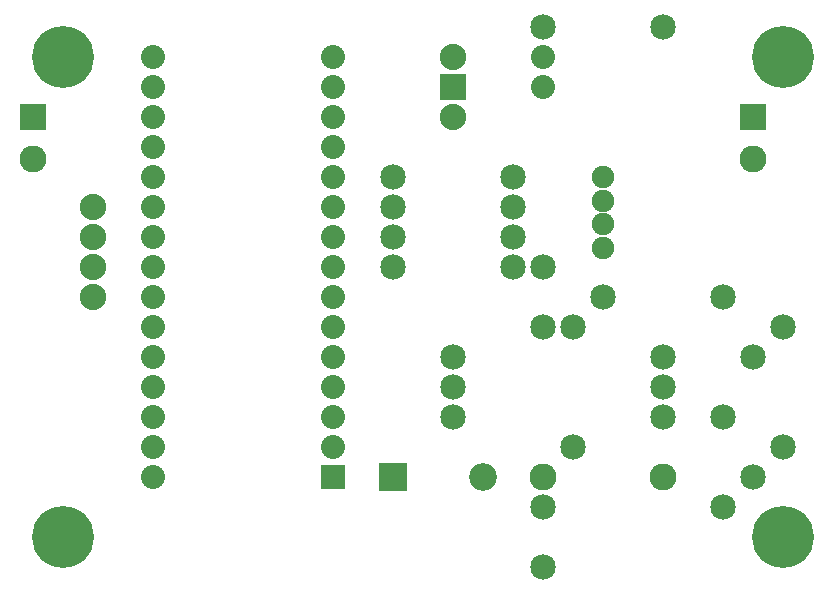
<source format=gbs>
G04 MADE WITH FRITZING*
G04 WWW.FRITZING.ORG*
G04 DOUBLE SIDED*
G04 HOLES PLATED*
G04 CONTOUR ON CENTER OF CONTOUR VECTOR*
%ASAXBY*%
%FSLAX23Y23*%
%MOIN*%
%OFA0B0*%
%SFA1.0B1.0*%
%ADD10C,0.088000*%
%ADD11C,0.090000*%
%ADD12C,0.206851*%
%ADD13C,0.085000*%
%ADD14C,0.080000*%
%ADD15C,0.092000*%
%ADD16C,0.075000*%
%ADD17R,0.090000X0.090000*%
%ADD18R,0.079972X0.080000*%
%ADD19R,0.092000X0.092000*%
%ADD20R,0.088000X0.088000*%
%LNMASK0*%
G90*
G70*
G54D10*
X294Y1261D03*
X294Y1161D03*
X294Y1061D03*
X294Y961D03*
X1494Y1761D03*
G54D11*
X94Y1561D03*
X94Y1423D03*
G54D12*
X194Y161D03*
X194Y1761D03*
X2594Y161D03*
X2594Y1761D03*
G54D13*
X1794Y1061D03*
X1794Y861D03*
X1894Y861D03*
X1894Y461D03*
X2494Y761D03*
X2494Y361D03*
X2394Y561D03*
X2394Y261D03*
X1794Y261D03*
X1794Y61D03*
G54D11*
X2494Y1561D03*
X2494Y1423D03*
G54D14*
X1094Y361D03*
X1094Y461D03*
X1094Y561D03*
X1094Y661D03*
X1094Y761D03*
X1094Y861D03*
X1094Y961D03*
X1094Y1061D03*
X1094Y1161D03*
X1094Y1261D03*
X1094Y1361D03*
X1094Y1461D03*
X1094Y1561D03*
X1094Y1661D03*
X1094Y1761D03*
X494Y361D03*
X494Y461D03*
X494Y561D03*
X494Y661D03*
X494Y761D03*
X494Y861D03*
X494Y961D03*
X494Y1061D03*
X494Y1161D03*
X494Y1261D03*
X494Y1361D03*
X494Y1461D03*
X494Y1561D03*
X494Y1661D03*
X494Y1761D03*
G54D13*
X1294Y1061D03*
X1694Y1061D03*
X1794Y1861D03*
X2194Y1861D03*
X2594Y461D03*
X2594Y861D03*
X2394Y961D03*
X1994Y961D03*
G54D15*
X1294Y361D03*
X1592Y361D03*
G54D11*
X1794Y361D03*
X2194Y361D03*
G54D14*
X1794Y1661D03*
X1794Y1761D03*
G54D16*
X1994Y1361D03*
X1994Y1282D03*
X1994Y1204D03*
X1994Y1125D03*
G54D13*
X2194Y761D03*
X2194Y661D03*
X2194Y561D03*
X1494Y761D03*
X1494Y661D03*
X1494Y561D03*
X1294Y1361D03*
X1694Y1361D03*
X1294Y1261D03*
X1694Y1261D03*
X1294Y1161D03*
X1694Y1161D03*
G54D10*
X1494Y1661D03*
X1494Y1561D03*
G54D17*
X94Y1561D03*
X2494Y1561D03*
G54D18*
X1094Y361D03*
G54D19*
X1293Y361D03*
G54D20*
X1494Y1661D03*
G04 End of Mask0*
M02*
</source>
